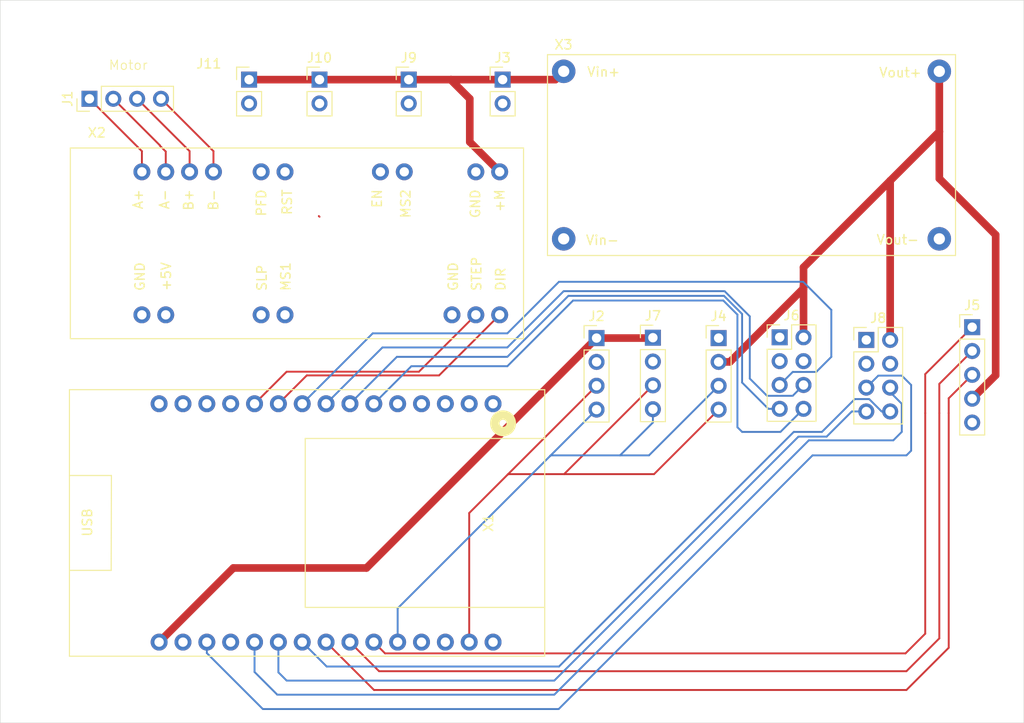
<source format=kicad_pcb>
(kicad_pcb (version 20240108) (generator "pcbnew") (generator_version "8.0")
  (layers (0 "F.Cu" signal) (31 "B.Cu" signal) (34 "B.Paste" user) (35 "F.Paste" user) (36 "B.SilkS" user "B.Silkscreen") (37 "F.SilkS" user "F.Silkscreen") (38 "B.Mask" user) (39 "F.Mask" user) (44 "Edge.Cuts" user))
  (net 0 "")
  (net 1 "B+")
  (net 2 "A+")
  (net 3 "A-")
  (net 4 "B-")
  (net 5 "SDA")
  (net 6 "3V3")
  (net 7 "GND")
  (net 8 "SCL")
  (net 9 "12V")
  (net 10 "5V")
  (net 11 "DT")
  (net 13 "IN1_CH1")
  (net 14 "ENB_CH1")
  (net 16 "IN2_CH1")
  (net 17 "ENA_CH1")
  (net 18 "IN1_CH2")
  (net 20 "ENB_CH2")
  (net 21 "IN2_CH2")
  (net 23 "ENA_CH2")
  (net 26 "CLK")
  (net 29 "CH_C")
  (net 30 "STEP")
  (net 34 "DIR")
  (net 36 "CH_H")
  (net 38 "SW")
  (footprint "IoWLabsModules:LM2596" (layer "F.Cu") (at 120.5 46.5)
    (property "Reference" "X3" (at -20.0152 -11.7602 0) (layer "F.SilkS"))
    (property "Value" "DC-DC")
    (fp_line (start -21.725 -10.7) (end -21.725 10.7) (stroke (width 0.12)) (layer "F.SilkS"))
    (fp_line (start -21.725 10.7) (end 21.725 10.7) (stroke (width 0.12)) (layer "F.SilkS"))
    (fp_line (start 21.725 -10.7) (end -21.725 -10.7) (stroke (width 0.12)) (layer "F.SilkS"))
    (fp_line (start 21.725 10.7) (end 21.725 -10.7) (stroke (width 0.12)) (layer "F.SilkS"))
    (fp_text user "Vout+" (at 15.8496 -8.7884 0) (layer "F.SilkS"))
    (fp_text user "Vin+" (at -15.748 -8.8646 0) (layer "F.SilkS"))
    (fp_text user "Vout-" (at 15.5702 9.017 0) (layer "F.SilkS"))
    (fp_text user "Vin-" (at -15.875 9.0678 0) (layer "F.SilkS"))
    (pad "1" thru_hole circle (at -20 -8.925) (size 2.5 2.5) (drill 1.2) (layers "*.Cu" "*.Mask") (net 9 "12V"))
    (pad "2" thru_hole circle (at -20 8.925) (size 2.5 2.5) (drill 1.2) (layers "*.Cu" "*.Mask") (net 7 "GND"))
    (pad "3" thru_hole circle (at 20 8.925) (size 2.5 2.5) (drill 1.2) (layers "*.Cu" "*.Mask") (net 7 "GND"))
    (pad "4" thru_hole circle (at 20 -8.925) (size 2.5 2.5) (drill 1.2) (layers "*.Cu" "*.Mask") (net 10 "5V"))
  )
  (footprint "IoWLabsModules:EasyDriver" (layer "F.Cu") (at 47.965 66.065)
    (property "Reference" "X2" (at 2.8194 -21.9456 0) (layer "F.SilkS"))
    (property "Value" "EasyDriver")
    (fp_line (start 0 -20.32) (end 0 0) (stroke (width 0.12)) (layer "F.SilkS"))
    (fp_line (start 0 0) (end 48.26 0) (stroke (width 0.12)) (layer "F.SilkS"))
    (fp_line (start 48.26 -20.32) (end 0 -20.32) (stroke (width 0.12)) (layer "F.SilkS"))
    (fp_line (start 48.26 0) (end 48.26 -20.32) (stroke (width 0.12)) (layer "F.SilkS"))
    (fp_text user "A+" (at 7.2136 -16 90) (layer "F.SilkS") (effects (justify right)))
    (fp_text user "SLP" (at 20.3962 -5 90) (layer "F.SilkS") (effects (justify left)))
    (fp_text user "+M" (at 45.72 -16 90) (layer "F.SilkS") (effects (justify right)))
    (fp_text user "DIR" (at 45.8216 -5 90) (layer "F.SilkS") (effects (justify left)))
    (fp_text user "GND" (at 43.1292 -16 90) (layer "F.SilkS") (effects (justify right)))
    (fp_text user "+5V" (at 10.2108 -5 90) (layer "F.SilkS") (effects (justify left)))
    (fp_text user "RST" (at 23.0886 -16 90) (layer "F.SilkS") (effects (justify right)))
    (fp_text user "A-" (at 10.033 -16 90) (layer "F.SilkS") (effects (justify right)))
    (fp_text user "EN" (at 32.6644 -16 90) (layer "F.SilkS") (effects (justify right)))
    (fp_text user "B+" (at 12.5984 -16 90) (layer "F.SilkS") (effects (justify right)))
    (fp_text user "B-" (at 15.24 -16 90) (layer "F.SilkS") (effects (justify right)))
    (fp_text user "PFD" (at 20.3454 -16 90) (layer "F.SilkS") (effects (justify right)))
    (fp_text user "MS2" (at 35.7124 -16 90) (layer "F.SilkS") (effects (justify right)))
    (fp_text user "GND" (at 40.767 -5 90) (layer "F.SilkS") (effects (justify left)))
    (fp_text user "GND" (at 7.4168 -5 90) (layer "F.SilkS") (effects (justify left)))
    (fp_text user "MS1" (at 22.9362 -5 90) (layer "F.SilkS") (effects (justify left)))
    (fp_text user "STEP" (at 43.2562 -5 90) (layer "F.SilkS") (effects (justify left)))
    (pad "1" thru_hole circle (at 7.62 -2.54) (size 1.8 1.8) (drill 1) (layers "*.Cu" "*.Mask"))
    (pad "2" thru_hole circle (at 10.16 -2.54) (size 1.8 1.8) (drill 1) (layers "*.Cu" "*.Mask"))
    (pad "3" thru_hole circle (at 20.32 -2.54) (size 1.8 1.8) (drill 1) (layers "*.Cu" "*.Mask"))
    (pad "4" thru_hole circle (at 22.86 -2.54) (size 1.8 1.8) (drill 1) (layers "*.Cu" "*.Mask"))
    (pad "5" thru_hole circle (at 40.64 -2.54) (size 1.8 1.8) (drill 1) (layers "*.Cu" "*.Mask"))
    (pad "6" thru_hole circle (at 43.18 -2.54) (size 1.8 1.8) (drill 1) (layers "*.Cu" "*.Mask") (net 30 "STEP"))
    (pad "7" thru_hole circle (at 45.72 -2.54) (size 1.8 1.8) (drill 1) (layers "*.Cu" "*.Mask") (net 34 "DIR"))
    (pad "8" thru_hole circle (at 45.72 -17.78) (size 1.8 1.8) (drill 1) (layers "*.Cu" "*.Mask") (net 9 "12V"))
    (pad "9" thru_hole circle (at 43.18 -17.78) (size 1.8 1.8) (drill 1) (layers "*.Cu" "*.Mask") (net 7 "GND"))
    (pad "10" thru_hole circle (at 35.56 -17.78) (size 1.8 1.8) (drill 1) (layers "*.Cu" "*.Mask"))
    (pad "11" thru_hole circle (at 33.02 -17.78) (size 1.8 1.8) (drill 1) (layers "*.Cu" "*.Mask"))
    (pad "12" thru_hole circle (at 22.86 -17.78) (size 1.8 1.8) (drill 1) (layers "*.Cu" "*.Mask"))
    (pad "13" thru_hole circle (at 20.32 -17.78) (size 1.8 1.8) (drill 1) (layers "*.Cu" "*.Mask"))
    (pad "14" thru_hole circle (at 15.24 -17.78) (size 1.8 1.8) (drill 1) (layers "*.Cu" "*.Mask") (net 4 "B-"))
    (pad "15" thru_hole circle (at 12.7 -17.78) (size 1.8 1.8) (drill 1) (layers "*.Cu" "*.Mask") (net 1 "B+"))
    (pad "16" thru_hole circle (at 10.16 -17.78) (size 1.8 1.8) (drill 1) (layers "*.Cu" "*.Mask") (net 3 "A-"))
    (pad "17" thru_hole circle (at 7.62 -17.78) (size 1.8 1.8) (drill 1) (layers "*.Cu" "*.Mask") (net 2 "A+"))
  )
  (footprint "Connector_PinHeader_2.54mm:PinHeader_1x05_P2.54mm_Vertical" (layer "F.Cu") (at 144 64.84)
    (property "Reference" "J5" (at 0 -2.33 0) (layer "F.SilkS"))
    (property "Value" "HDR-5x1")
    (fp_line (start -1.33 -1.33) (end 0 -1.33) (stroke (width 0.12)) (layer "F.SilkS"))
    (fp_line (start -1.33 0) (end -1.33 -1.33) (stroke (width 0.12)) (layer "F.SilkS"))
    (fp_line (start -1.33 1.27) (end -1.33 11.49) (stroke (width 0.12)) (layer "F.SilkS"))
    (fp_line (start -1.33 1.27) (end 1.33 1.27) (stroke (width 0.12)) (layer "F.SilkS"))
    (fp_line (start -1.33 11.49) (end 1.33 11.49) (stroke (width 0.12)) (layer "F.SilkS"))
    (fp_line (start 1.33 1.27) (end 1.33 11.49) (stroke (width 0.12)) (layer "F.SilkS"))
    (pad "1" thru_hole rect (at 0 0) (size 1.7 1.7) (drill 1) (layers "*.Cu" "*.Mask") (net 26 "CLK"))
    (pad "2" thru_hole oval (at 0 2.54) (size 1.7 1.7) (drill 1) (layers "*.Cu" "*.Mask") (net 11 "DT"))
    (pad "3" thru_hole oval (at 0 5.08) (size 1.7 1.7) (drill 1) (layers "*.Cu" "*.Mask") (net 38 "SW"))
    (pad "4" thru_hole oval (at 0 7.62) (size 1.7 1.7) (drill 1) (layers "*.Cu" "*.Mask") (net 10 "5V"))
    (pad "5" thru_hole oval (at 0 10.16) (size 1.7 1.7) (drill 1) (layers "*.Cu" "*.Mask") (net 7 "GND"))
  )
  (footprint "Connector_PinHeader_2.54mm:PinHeader_1x04_P2.54mm_Vertical" (layer "F.Cu") (at 117 66)
    (property "Reference" "J4" (at 0 -2.33 0) (layer "F.SilkS"))
    (property "Value" "HDR-4x1" (hide yes))
    (fp_line (start -1.33 -1.33) (end 0 -1.33) (stroke (width 0.12)) (layer "F.SilkS"))
    (fp_line (start -1.33 0) (end -1.33 -1.33) (stroke (width 0.12)) (layer "F.SilkS"))
    (fp_line (start -1.33 1.27) (end -1.33 8.95) (stroke (width 0.12)) (layer "F.SilkS"))
    (fp_line (start -1.33 1.27) (end 1.33 1.27) (stroke (width 0.12)) (layer "F.SilkS"))
    (fp_line (start -1.33 8.95) (end 1.33 8.95) (stroke (width 0.12)) (layer "F.SilkS"))
    (fp_line (start 1.33 1.27) (end 1.33 8.95) (stroke (width 0.12)) (layer "F.SilkS"))
    (pad "1" thru_hole rect (at 0 0) (size 1.7 1.7) (drill 1) (layers "*.Cu" "*.Mask") (net 7 "GND"))
    (pad "2" thru_hole oval (at 0 2.54) (size 1.7 1.7) (drill 1) (layers "*.Cu" "*.Mask") (net 10 "5V"))
    (pad "3" thru_hole oval (at 0 5.08) (size 1.7 1.7) (drill 1) (layers "*.Cu" "*.Mask") (net 5 "SDA"))
    (pad "4" thru_hole oval (at 0 7.62) (size 1.7 1.7) (drill 1) (layers "*.Cu" "*.Mask") (net 8 "SCL"))
  )
  (footprint "Connector_PinHeader_2.54mm:PinHeader_1x02_P2.54mm_Vertical" (layer "F.Cu") (at 67 38.46)
    (property "Reference" "J11" (at -4.285 -1.695 0) (layer "F.SilkS"))
    (property "Value" "HDR-2x1")
    (fp_line (start -1.33 -1.33) (end 0 -1.33) (stroke (width 0.12)) (layer "F.SilkS"))
    (fp_line (start -1.33 0) (end -1.33 -1.33) (stroke (width 0.12)) (layer "F.SilkS"))
    (fp_line (start -1.33 1.27) (end -1.33 3.87) (stroke (width 0.12)) (layer "F.SilkS"))
    (fp_line (start -1.33 1.27) (end 1.33 1.27) (stroke (width 0.12)) (layer "F.SilkS"))
    (fp_line (start -1.33 3.87) (end 1.33 3.87) (stroke (width 0.12)) (layer "F.SilkS"))
    (fp_line (start 1.33 1.27) (end 1.33 3.87) (stroke (width 0.12)) (layer "F.SilkS"))
    (pad "1" thru_hole rect (at 0 0) (size 1.7 1.7) (drill 1) (layers "*.Cu" "*.Mask") (net 9 "12V"))
    (pad "2" thru_hole oval (at 0 2.54) (size 1.7 1.7) (drill 1) (layers "*.Cu" "*.Mask") (net 7 "GND"))
  )
  (footprint "Connector_PinHeader_2.54mm:PinHeader_1x04_P2.54mm_Vertical" (layer "F.Cu") (at 104 66)
    (property "Reference" "J2" (at 0 -2.33 0) (layer "F.SilkS"))
    (property "Value" "HDR-4x1" (hide yes))
    (fp_line (start -1.33 -1.33) (end 0 -1.33) (stroke (width 0.12)) (layer "F.SilkS"))
    (fp_line (start -1.33 0) (end -1.33 -1.33) (stroke (width 0.12)) (layer "F.SilkS"))
    (fp_line (start -1.33 1.27) (end -1.33 8.95) (stroke (width 0.12)) (layer "F.SilkS"))
    (fp_line (start -1.33 1.27) (end 1.33 1.27) (stroke (width 0.12)) (layer "F.SilkS"))
    (fp_line (start -1.33 8.95) (end 1.33 8.95) (stroke (width 0.12)) (layer "F.SilkS"))
    (fp_line (start 1.33 1.27) (end 1.33 8.95) (stroke (width 0.12)) (layer "F.SilkS"))
    (pad "1" thru_hole rect (at 0 0) (size 1.7 1.7) (drill 1) (layers "*.Cu" "*.Mask") (net 6 "3V3"))
    (pad "2" thru_hole oval (at 0 2.54) (size 1.7 1.7) (drill 1) (layers "*.Cu" "*.Mask") (net 7 "GND"))
    (pad "3" thru_hole oval (at 0 5.08) (size 1.7 1.7) (drill 1) (layers "*.Cu" "*.Mask") (net 8 "SCL"))
    (pad "4" thru_hole oval (at 0 7.62) (size 1.7 1.7) (drill 1) (layers "*.Cu" "*.Mask") (net 5 "SDA"))
  )
  (footprint "Connector_PinHeader_2.54mm:PinHeader_2x04_P2.54mm_Vertical" (layer "F.Cu") (at 123.5 65.92)
    (property "Reference" "J6" (at 1.27 -2.33 0) (layer "F.SilkS"))
    (property "Value" "Conn_02x04_Odd_Even")
    (fp_line (start -1.33 -1.33) (end 0 -1.33) (stroke (width 0.12)) (layer "F.SilkS"))
    (fp_line (start -1.33 0) (end -1.33 -1.33) (stroke (width 0.12)) (layer "F.SilkS"))
    (fp_line (start -1.33 1.27) (end -1.33 8.95) (stroke (width 0.12)) (layer "F.SilkS"))
    (fp_line (start -1.33 1.27) (end 1.27 1.27) (stroke (width 0.12)) (layer "F.SilkS"))
    (fp_line (start -1.33 8.95) (end 3.87 8.95) (stroke (width 0.12)) (layer "F.SilkS"))
    (fp_line (start 1.27 -1.33) (end 3.87 -1.33) (stroke (width 0.12)) (layer "F.SilkS"))
    (fp_line (start 1.27 1.27) (end 1.27 -1.33) (stroke (width 0.12)) (layer "F.SilkS"))
    (fp_line (start 3.87 -1.33) (end 3.87 8.95) (stroke (width 0.12)) (layer "F.SilkS"))
    (pad "1" thru_hole rect (at 0 0) (size 1.7 1.7) (drill 1) (layers "*.Cu" "*.Mask") (net 7 "GND"))
    (pad "2" thru_hole oval (at 2.54 0) (size 1.7 1.7) (drill 1) (layers "*.Cu" "*.Mask") (net 10 "5V"))
    (pad "3" thru_hole oval (at 0 2.54) (size 1.7 1.7) (drill 1) (layers "*.Cu" "*.Mask"))
    (pad "4" thru_hole oval (at 2.54 2.54) (size 1.7 1.7) (drill 1) (layers "*.Cu" "*.Mask"))
    (pad "5" thru_hole oval (at 0 5.08) (size 1.7 1.7) (drill 1) (layers "*.Cu" "*.Mask") (net 17 "ENA_CH1"))
    (pad "6" thru_hole oval (at 2.54 5.08) (size 1.7 1.7) (drill 1) (layers "*.Cu" "*.Mask") (net 14 "ENB_CH1"))
    (pad "7" thru_hole oval (at 0 7.62) (size 1.7 1.7) (drill 1) (layers "*.Cu" "*.Mask") (net 13 "IN1_CH1"))
    (pad "8" thru_hole oval (at 2.54 7.62) (size 1.7 1.7) (drill 1) (layers "*.Cu" "*.Mask") (net 16 "IN2_CH1"))
  )
  (footprint "Connector_PinHeader_2.54mm:PinHeader_1x02_P2.54mm_Vertical" (layer "F.Cu") (at 84 38.46)
    (property "Reference" "J9" (at 0 -2.33 0) (layer "F.SilkS"))
    (property "Value" "HDR-2x1")
    (fp_line (start -1.33 -1.33) (end 0 -1.33) (stroke (width 0.12)) (layer "F.SilkS"))
    (fp_line (start -1.33 0) (end -1.33 -1.33) (stroke (width 0.12)) (layer "F.SilkS"))
    (fp_line (start -1.33 1.27) (end -1.33 3.87) (stroke (width 0.12)) (layer "F.SilkS"))
    (fp_line (start -1.33 1.27) (end 1.33 1.27) (stroke (width 0.12)) (layer "F.SilkS"))
    (fp_line (start -1.33 3.87) (end 1.33 3.87) (stroke (width 0.12)) (layer "F.SilkS"))
    (fp_line (start 1.33 1.27) (end 1.33 3.87) (stroke (width 0.12)) (layer "F.SilkS"))
    (pad "1" thru_hole rect (at 0 0) (size 1.7 1.7) (drill 1) (layers "*.Cu" "*.Mask") (net 9 "12V"))
    (pad "2" thru_hole oval (at 0 2.54) (size 1.7 1.7) (drill 1) (layers "*.Cu" "*.Mask") (net 7 "GND"))
  )
  (footprint "Connector_PinHeader_2.54mm:PinHeader_1x02_P2.54mm_Vertical" (layer "F.Cu") (at 94 38.46)
    (property "Reference" "J3" (at 0 -2.33 0) (layer "F.SilkS"))
    (property "Value" "HDR-2x1")
    (fp_line (start -1.33 -1.33) (end 0 -1.33) (stroke (width 0.12)) (layer "F.SilkS"))
    (fp_line (start -1.33 0) (end -1.33 -1.33) (stroke (width 0.12)) (layer "F.SilkS"))
    (fp_line (start -1.33 1.27) (end -1.33 3.87) (stroke (width 0.12)) (layer "F.SilkS"))
    (fp_line (start -1.33 1.27) (end 1.33 1.27) (stroke (width 0.12)) (layer "F.SilkS"))
    (fp_line (start -1.33 3.87) (end 1.33 3.87) (stroke (width 0.12)) (layer "F.SilkS"))
    (fp_line (start 1.33 1.27) (end 1.33 3.87) (stroke (width 0.12)) (layer "F.SilkS"))
    (pad "1" thru_hole rect (at 0 0) (size 1.7 1.7) (drill 1) (layers "*.Cu" "*.Mask") (net 9 "12V"))
    (pad "2" thru_hole oval (at 0 2.54) (size 1.7 1.7) (drill 1) (layers "*.Cu" "*.Mask") (net 7 "GND"))
  )
  (footprint "Connector_PinHeader_2.54mm:PinHeader_1x04_P2.54mm_Vertical" (layer "F.Cu") (at 110 65.96)
    (property "Reference" "J7" (at 0 -2.33 0) (layer "F.SilkS"))
    (property "Value" "HDR-4x1")
    (fp_line (start -1.33 -1.33) (end 0 -1.33) (stroke (width 0.12)) (layer "F.SilkS"))
    (fp_line (start -1.33 0) (end -1.33 -1.33) (stroke (width 0.12)) (layer "F.SilkS"))
    (fp_line (start -1.33 1.27) (end -1.33 8.95) (stroke (width 0.12)) (layer "F.SilkS"))
    (fp_line (start -1.33 1.27) (end 1.33 1.27) (stroke (width 0.12)) (layer "F.SilkS"))
    (fp_line (start -1.33 8.95) (end 1.33 8.95) (stroke (width 0.12)) (layer "F.SilkS"))
    (fp_line (start 1.33 1.27) (end 1.33 8.95) (stroke (width 0.12)) (layer "F.SilkS"))
    (pad "1" thru_hole rect (at 0 0) (size 1.7 1.7) (drill 1) (layers "*.Cu" "*.Mask") (net 6 "3V3"))
    (pad "2" thru_hole oval (at 0 2.54) (size 1.7 1.7) (drill 1) (layers "*.Cu" "*.Mask") (net 7 "GND"))
    (pad "3" thru_hole oval (at 0 5.08) (size 1.7 1.7) (drill 1) (layers "*.Cu" "*.Mask") (net 8 "SCL"))
    (pad "4" thru_hole oval (at 0 7.62) (size 1.7 1.7) (drill 1) (layers "*.Cu" "*.Mask") (net 5 "SDA"))
  )
  (footprint "Connector_PinHeader_2.54mm:PinHeader_1x02_P2.54mm_Vertical" (layer "F.Cu") (at 74.5 38.46)
    (property "Reference" "J10" (at 0 -2.33 0) (layer "F.SilkS"))
    (property "Value" "HDR-2x1")
    (fp_line (start -1.33 -1.33) (end 0 -1.33) (stroke (width 0.12)) (layer "F.SilkS"))
    (fp_line (start -1.33 0) (end -1.33 -1.33) (stroke (width 0.12)) (layer "F.SilkS"))
    (fp_line (start -1.33 1.27) (end -1.33 3.87) (stroke (width 0.12)) (layer "F.SilkS"))
    (fp_line (start -1.33 1.27) (end 1.33 1.27) (stroke (width 0.12)) (layer "F.SilkS"))
    (fp_line (start -1.33 3.87) (end 1.33 3.87) (stroke (width 0.12)) (layer "F.SilkS"))
    (fp_line (start 1.33 1.27) (end 1.33 3.87) (stroke (width 0.12)) (layer "F.SilkS"))
    (pad "1" thru_hole rect (at 0 0) (size 1.7 1.7) (drill 1) (layers "*.Cu" "*.Mask") (net 9 "12V"))
    (pad "2" thru_hole oval (at 0 2.54) (size 1.7 1.7) (drill 1) (layers "*.Cu" "*.Mask") (net 7 "GND"))
  )
  (footprint "Connector_PinHeader_2.54mm:PinHeader_1x04_P2.54mm_Vertical" (layer "F.Cu") (at 50 40.5 90)
    (property "Reference" "J1" (at 0 -2.33 90) (layer "F.SilkS"))
    (property "Value" "HDR-4x1")
    (fp_line (start -1.33 -1.33) (end 0 -1.33) (stroke (width 0.12)) (layer "F.SilkS"))
    (fp_line (start -1.33 0) (end -1.33 -1.33) (stroke (width 0.12)) (layer "F.SilkS"))
    (fp_line (start 1.33 1.27) (end 1.33 8.95) (stroke (width 0.12)) (layer "F.SilkS"))
    (fp_line (start -1.33 1.27) (end 1.33 1.27) (stroke (width 0.12)) (layer "F.SilkS"))
    (fp_line (start -1.33 1.27) (end -1.33 8.95) (stroke (width 0.12)) (layer "F.SilkS"))
    (fp_line (start -1.33 8.95) (end 1.33 8.95) (stroke (width 0.12)) (layer "F.SilkS"))
    (pad "1" thru_hole rect (at 0 0 90) (size 1.7 1.7) (drill 1) (layers "*.Cu" "*.Mask") (net 2 "A+"))
    (pad "2" thru_hole oval (at 0 2.54 90) (size 1.7 1.7) (drill 1) (layers "*.Cu" "*.Mask") (net 3 "A-"))
    (pad "3" thru_hole oval (at 0 5.08 90) (size 1.7 1.7) (drill 1) (layers "*.Cu" "*.Mask") (net 1 "B+"))
    (pad "4" thru_hole oval (at 0 7.62 90) (size 1.7 1.7) (drill 1) (layers "*.Cu" "*.Mask") (net 4 "B-"))
  )
  (footprint "IoWLabsModules:ESP32_devkit" (layer "F.Cu") (at 92.98 85.7 -90)
    (property "Reference" "X1" (at 0 0.5 90) (layer "F.SilkS"))
    (property "Value" "ESP32-DevKit")
    (fp_line (start -14.2 45.11) (end 14.2 45.11) (stroke (width 0.12)) (layer "F.SilkS"))
    (fp_line (start 14.2 45.11) (end 14.2 -5.5) (stroke (width 0.12)) (layer "F.SilkS"))
    (fp_line (start 5.0546 40.6654) (end 5.0546 45.085) (stroke (width 0.12)) (layer "F.SilkS"))
    (fp_line (start -5.0546 40.64) (end -5.0546 45.1104) (stroke (width 0.12)) (layer "F.SilkS"))
    (fp_line (start -5.0546 40.64) (end 5.0546 40.6654) (stroke (width 0.12)) (layer "F.SilkS"))
    (fp_line (start -9 20) (end 9 20) (stroke (width 0.12)) (layer "F.SilkS"))
    (fp_line (start 9 20) (end 9 -5.5) (stroke (width 0.12)) (layer "F.SilkS"))
    (fp_line (start -14.2 -5.5) (end -14.2 45.11) (stroke (width 0.12)) (layer "F.SilkS"))
    (fp_line (start -9 -5.5) (end -9 20) (stroke (width 0.12)) (layer "F.SilkS"))
    (fp_line (start 14.2 -5.5) (end -14.2 -5.5) (stroke (width 0.12)) (layer "F.SilkS"))
    (fp_circle (center -10.6172 -1.0668) (end -10.2362 -1.0668) (stroke (width 1)) (fill none) (layer "F.SilkS"))
    (fp_text user "USB" (at -0.0508 43.2054 90) (layer "F.SilkS"))
    (pad "1" thru_hole circle (at -12.7 0 270) (size 1.8 1.8) (drill 1) (layers "*.Cu" "*.Mask"))
    (pad "2" thru_hole circle (at -12.7 2.54 270) (size 1.8 1.8) (drill 1) (layers "*.Cu" "*.Mask"))
    (pad "3" thru_hole circle (at -12.7 5.08 270) (size 1.8 1.8) (drill 1) (layers "*.Cu" "*.Mask"))
    (pad "4" thru_hole circle (at -12.7 7.62 270) (size 1.8 1.8) (drill 1) (layers "*.Cu" "*.Mask") (net 36 "CH_H"))
    (pad "5" thru_hole circle (at -12.7 10.16 270) (size 1.8 1.8) (drill 1) (layers "*.Cu" "*.Mask") (net 29 "CH_C"))
    (pad "6" thru_hole circle (at -12.7 12.7 270) (size 1.8 1.8) (drill 1) (layers "*.Cu" "*.Mask") (net 16 "IN2_CH1"))
    (pad "7" thru_hole circle (at -12.7 15.24 270) (size 1.8 1.8) (drill 1) (layers "*.Cu" "*.Mask") (net 13 "IN1_CH1"))
    (pad "8" thru_hole circle (at -12.7 17.78 270) (size 1.8 1.8) (drill 1) (layers "*.Cu" "*.Mask") (net 14 "ENB_CH1"))
    (pad "9" thru_hole circle (at -12.7 20.32 270) (size 1.8 1.8) (drill 1) (layers "*.Cu" "*.Mask") (net 17 "ENA_CH1"))
    (pad "10" thru_hole circle (at -12.7 22.86 270) (size 1.8 1.8) (drill 1) (layers "*.Cu" "*.Mask") (net 34 "DIR"))
    (pad "11" thru_hole circle (at -12.7 25.4 270) (size 1.8 1.8) (drill 1) (layers "*.Cu" "*.Mask") (net 30 "STEP"))
    (pad "12" thru_hole circle (at -12.7 27.94 270) (size 1.8 1.8) (drill 1) (layers "*.Cu" "*.Mask"))
    (pad "13" thru_hole circle (at -12.7 30.48 270) (size 1.8 1.8) (drill 1) (layers "*.Cu" "*.Mask"))
    (pad "14" thru_hole circle (at -12.7 33.02 270) (size 1.8 1.8) (drill 1) (layers "*.Cu" "*.Mask") (net 7 "GND"))
    (pad "15" thru_hole circle (at -12.7 35.56 270) (size 1.8 1.8) (drill 1) (layers "*.Cu" "*.Mask") (net 10 "5V"))
    (pad "16" thru_hole circle (at 12.7 35.56 270) (size 1.8 1.8) (drill 1) (layers "*.Cu" "*.Mask") (net 6 "3V3"))
    (pad "17" thru_hole circle (at 12.7 33.02 270) (size 1.8 1.8) (drill 1) (layers "*.Cu" "*.Mask") (net 7 "GND"))
    (pad "18" thru_hole circle (at 12.7 30.48 270) (size 1.8 1.8) (drill 1) (layers "*.Cu" "*.Mask") (net 23 "ENA_CH2"))
    (pad "19" thru_hole circle (at 12.7 27.94 270) (size 1.8 1.8) (drill 1) (layers "*.Cu" "*.Mask"))
    (pad "20" thru_hole circle (at 12.7 25.4 270) (size 1.8 1.8) (drill 1) (layers "*.Cu" "*.Mask") (net 20 "ENB_CH2"))
    (pad "21" thru_hole circle (at 12.7 22.86 270) (size 1.8 1.8) (drill 1) (layers "*.Cu" "*.Mask") (net 18 "IN1_CH2"))
    (pad "22" thru_hole circle (at 12.7 20.32 270) (size 1.8 1.8) (drill 1) (layers "*.Cu" "*.Mask") (net 21 "IN2_CH2"))
    (pad "23" thru_hole circle (at 12.7 17.78 270) (size 1.8 1.8) (drill 1) (layers "*.Cu" "*.Mask") (net 38 "SW"))
    (pad "24" thru_hole circle (at 12.7 15.24 270) (size 1.8 1.8) (drill 1) (layers "*.Cu" "*.Mask") (net 11 "DT"))
    (pad "25" thru_hole circle (at 12.7 12.7 270) (size 1.8 1.8) (drill 1) (layers "*.Cu" "*.Mask") (net 26 "CLK"))
    (pad "26" thru_hole circle (at 12.7 10.16 270) (size 1.8 1.8) (drill 1) (layers "*.Cu" "*.Mask") (net 5 "SDA"))
    (pad "27" thru_hole circle (at 12.7 7.62 270) (size 1.8 1.8) (drill 1) (layers "*.Cu" "*.Mask"))
    (pad "28" thru_hole circle (at 12.7 5.08 270) (size 1.8 1.8) (drill 1) (layers "*.Cu" "*.Mask"))
    (pad "29" thru_hole circle (at 12.7 2.54 270) (size 1.8 1.8) (drill 1) (layers "*.Cu" "*.Mask") (net 8 "SCL"))
    (pad "30" thru_hole circle (at 12.7 0 270) (size 1.8 1.8) (drill 1) (layers "*.Cu" "*.Mask"))
  )
  (footprint "Connector_PinHeader_2.54mm:PinHeader_2x04_P2.54mm_Vertical" (layer "F.Cu") (at 132.725 66.2)
    (property "Reference" "J8" (at 1.27 -2.33 0) (layer "F.SilkS"))
    (property "Value" "Conn_02x04_Odd_Even" (hide yes))
    (fp_line (start -1.33 -1.33) (end 0 -1.33) (stroke (width 0.12)) (layer "F.SilkS"))
    (fp_line (start -1.33 0) (end -1.33 -1.33) (stroke (width 0.12)) (layer "F.SilkS"))
    (fp_line (start -1.33 1.27) (end -1.33 8.95) (stroke (width 0.12)) (layer "F.SilkS"))
    (fp_line (start -1.33 1.27) (end 1.27 1.27) (stroke (width 0.12)) (layer "F.SilkS"))
    (fp_line (start -1.33 8.95) (end 3.87 8.95) (stroke (width 0.12)) (layer "F.SilkS"))
    (fp_line (start 1.27 -1.33) (end 3.87 -1.33) (stroke (width 0.12)) (layer "F.SilkS"))
    (fp_line (start 1.27 1.27) (end 1.27 -1.33) (stroke (width 0.12)) (layer "F.SilkS"))
    (fp_line (start 3.87 -1.33) (end 3.87 8.95) (stroke (width 0.12)) (layer "F.SilkS"))
    (pad "1" thru_hole rect (at 0 0) (size 1.7 1.7) (drill 1) (layers "*.Cu" "*.Mask") (net 7 "GND"))
    (pad "2" thru_hole oval (at 2.54 0) (size 1.7 1.7) (drill 1) (layers "*.Cu" "*.Mask") (net 10 "5V"))
    (pad "3" thru_hole oval (at 0 2.54) (size 1.7 1.7) (drill 1) (layers "*.Cu" "*.Mask"))
    (pad "4" thru_hole oval (at 2.54 2.54) (size 1.7 1.7) (drill 1) (layers "*.Cu" "*.Mask"))
    (pad "5" thru_hole oval (at 0 5.08) (size 1.7 1.7) (drill 1) (layers "*.Cu" "*.Mask") (net 23 "ENA_CH2"))
    (pad "6" thru_hole oval (at 2.54 5.08) (size 1.7 1.7) (drill 1) (layers "*.Cu" "*.Mask") (net 20 "ENB_CH2"))
    (pad "7" thru_hole oval (at 0 7.62) (size 1.7 1.7) (drill 1) (layers "*.Cu" "*.Mask") (net 18 "IN1_CH2"))
    (pad "8" thru_hole oval (at 2.54 7.62) (size 1.7 1.7) (drill 1) (layers "*.Cu" "*.Mask") (net 21 "IN2_CH2"))
  )
  (gr_rect (start 40.5 30) (end 149.5 107) (stroke (width 0.05)) (fill none) (layer "Edge.Cuts"))
  (gr_text "Motor\n" (at 52 37.5 0) (layer "F.SilkS") (effects (font (size 1 1) (thickness 0.1)) (justify left bottom)))
  (segment (start 60.665 48.285) (end 60.665 46.085) (width 0.2) (layer "F.Cu") (net 1))
  (segment (start 60.665 46.085) (end 55.08 40.5) (width 0.2) (layer "F.Cu") (net 1))
  (segment (start 55.585 46.085) (end 50 40.5) (width 0.2) (layer "F.Cu") (net 2))
  (segment (start 55.585 48.285) (end 55.585 46.085) (width 0.2) (layer "F.Cu") (net 2))
  (segment (start 58.125 46.125) (end 57.5 45.5) (width 0.2) (layer "F.Cu") (net 3))
  (segment (start 57.5 45.5) (end 57.5 45.46) (width 0.2) (layer "F.Cu") (net 3))
  (segment (start 58.125 48.285) (end 58.125 46.125) (width 0.2) (layer "F.Cu") (net 3))
  (segment (start 57.5 45.46) (end 52.54 40.5) (width 0.2) (layer "F.Cu") (net 3))
  (segment (start 63.205 46.085) (end 57.62 40.5) (width 0.2) (layer "F.Cu") (net 4))
  (segment (start 63.205 48.285) (end 63.205 46.085) (width 0.2) (layer "F.Cu") (net 4))
  (segment (start 110 75) (end 106.5 78.5) (width 0.2) (layer "B.Cu") (net 5))
  (segment (start 106.5 78.5) (end 99.12 78.5) (width 0.2) (layer "B.Cu") (net 5))
  (segment (start 82.82 94.8) (end 99.06 78.56) (width 0.2) (layer "B.Cu") (net 5))
  (segment (start 99.12 78.5) (end 99.06 78.56) (width 0.2) (layer "B.Cu") (net 5))
  (segment (start 109.58 78.5) (end 106.5 78.5) (width 0.2) (layer "B.Cu") (net 5))
  (segment (start 82.82 98.4) (end 82.82 94.8) (width 0.2) (layer "B.Cu") (net 5))
  (segment (start 99.06 78.56) (end 104 73.62) (width 0.2) (layer "B.Cu") (net 5))
  (segment (start 110 73.58) (end 110 75) (width 0.2) (layer "B.Cu") (net 5))
  (segment (start 117 71.08) (end 109.58 78.5) (width 0.2) (layer "B.Cu") (net 5))
  (segment (start 109.96 66) (end 110 65.96) (width 0.8128) (layer "F.Cu") (net 6))
  (segment (start 57.42 98.4) (end 65.32 90.5) (width 0.8128) (layer "F.Cu") (net 6))
  (segment (start 65.32 90.5) (end 79.5 90.5) (width 0.8128) (layer "F.Cu") (net 6))
  (segment (start 104 66) (end 109.96 66) (width 0.8128) (layer "F.Cu") (net 6))
  (segment (start 79.5 90.5) (end 104 66) (width 0.8128) (layer "F.Cu") (net 6))
  (segment (start 90.44 84.64) (end 94.54 80.54) (width 0.2) (layer "F.Cu") (net 8))
  (segment (start 100.54 80.5) (end 94.58 80.5) (width 0.2) (layer "F.Cu") (net 8))
  (segment (start 94.54 80.54) (end 104 71.08) (width 0.2) (layer "F.Cu") (net 8))
  (segment (start 110 71.04) (end 100.54 80.5) (width 0.2) (layer "F.Cu") (net 8))
  (segment (start 110.12 80.5) (end 100.54 80.5) (width 0.2) (layer "F.Cu") (net 8))
  (segment (start 90.44 98.4) (end 90.44 84.64) (width 0.2) (layer "F.Cu") (net 8))
  (segment (start 117 73.62) (end 110.12 80.5) (width 0.2) (layer "F.Cu") (net 8))
  (segment (start 94.58 80.5) (end 94.54 80.54) (width 0.2) (layer "F.Cu") (net 8))
  (segment (start 88.5 38.46) (end 94 38.46) (width 0.8128) (layer "F.Cu") (net 9))
  (segment (start 74.425 53) (end 74.5 53.075) (width 0.2) (layer "F.Cu") (net 9))
  (segment (start 99.615 38.46) (end 100.5 37.575) (width 0.8128) (layer "F.Cu") (net 9))
  (segment (start 67 38.46) (end 74.5 38.46) (width 0.8128) (layer "F.Cu") (net 9))
  (segment (start 90.5 40.5) (end 88.5 38.5) (width 0.8128) (layer "F.Cu") (net 9))
  (segment (start 88.5 38.5) (end 88.5 38.46) (width 0.8128) (layer "F.Cu") (net 9))
  (segment (start 90.5 45.1) (end 90.5 40.5) (width 0.8128) (layer "F.Cu") (net 9))
  (segment (start 84 38.46) (end 88.5 38.46) (width 0.8128) (layer "F.Cu") (net 9))
  (segment (start 93.685 48.285) (end 90.5 45.1) (width 0.8128) (layer "F.Cu") (net 9))
  (segment (start 94 38.46) (end 99.615 38.46) (width 0.8128) (layer "F.Cu") (net 9))
  (segment (start 74.5 38.46) (end 84 38.46) (width 0.8128) (layer "F.Cu") (net 9))
  (segment (start 146.5 55) (end 140.5 49) (width 0.8128) (layer "F.Cu") (net 10))
  (segment (start 118.202081 68.54) (end 126.04 60.702081) (width 0.8128) (layer "F.Cu") (net 10))
  (segment (start 144 72.46) (end 146.5 69.96) (width 0.8128) (layer "F.Cu") (net 10))
  (segment (start 135.265 49.235) (end 126.04 58.46) (width 0.8128) (layer "F.Cu") (net 10))
  (segment (start 126.04 58.46) (end 126.04 60.5) (width 0.8128) (layer "F.Cu") (net 10))
  (segment (start 140.5 49) (end 140.5 44) (width 0.8128) (layer "F.Cu") (net 10))
  (segment (start 140.5 44) (end 140.5 37.575) (width 0.8128) (layer "F.Cu") (net 10))
  (segment (start 135.265 66.2) (end 135.265 49.235) (width 0.8128) (layer "F.Cu") (net 10))
  (segment (start 146.5 69.96) (end 146.5 55) (width 0.8128) (layer "F.Cu") (net 10))
  (segment (start 126.04 60.702081) (end 126.04 60.5) (width 0.8128) (layer "F.Cu") (net 10))
  (segment (start 126.04 60.5) (end 126.04 65.92) (width 0.8128) (layer "F.Cu") (net 10))
  (segment (start 135.265 49.235) (end 140.5 44) (width 0.8128) (layer "F.Cu") (net 10))
  (segment (start 117 68.54) (end 118.202081 68.54) (width 0.8128) (layer "F.Cu") (net 10))
  (segment (start 80.84 101.5) (end 137 101.5) (width 0.2) (layer "F.Cu") (net 11))
  (segment (start 137 101.5) (end 140.5 98) (width 0.2) (layer "F.Cu") (net 11))
  (segment (start 140.5 74) (end 140.5 70.88) (width 0.2) (layer "F.Cu") (net 11))
  (segment (start 140.5 74) (end 140.5 98) (width 0.2) (layer "F.Cu") (net 11))
  (segment (start 140.5 70.88) (end 144 67.38) (width 0.2) (layer "F.Cu") (net 11))
  (segment (start 77.74 98.4) (end 80.84 101.5) (width 0.2) (layer "F.Cu") (net 11))
  (segment (start 101 61.5) (end 94.5 68) (width 0.2) (layer "B.Cu") (net 13))
  (segment (start 119.5 70.742081) (end 119.5 63.434315) (width 0.2) (layer "B.Cu") (net 13))
  (segment (start 82.74 68) (end 77.74 73) (width 0.2) (layer "B.Cu") (net 13))
  (segment (start 117.565685 61.5) (end 101 61.5) (width 0.2) (layer "B.Cu") (net 13))
  (segment (start 123.5 73.54) (end 122.297919 73.54) (width 0.2) (layer "B.Cu") (net 13))
  (segment (start 94.5 68) (end 82.74 68) (width 0.2) (layer "B.Cu") (net 13))
  (segment (start 119.5 63.434315) (end 117.565685 61.5) (width 0.2) (layer "B.Cu") (net 13))
  (segment (start 122.297919 73.54) (end 119.5 70.742081) (width 0.2) (layer "B.Cu") (net 13))
  (segment (start 124.89 72.15) (end 122.15 72.15) (width 0.2) (layer "B.Cu") (net 14))
  (segment (start 94.5 67) (end 81.2 67) (width 0.2) (layer "B.Cu") (net 14))
  (segment (start 100.5 61) (end 94.5 67) (width 0.2) (layer "B.Cu") (net 14))
  (segment (start 122.15 72.15) (end 120.315686 70.315686) (width 0.2) (layer "B.Cu") (net 14))
  (segment (start 126.04 71) (end 124.89 72.15) (width 0.2) (layer "B.Cu") (net 14))
  (segment (start 117.631371 61) (end 100.5 61) (width 0.2) (layer "B.Cu") (net 14))
  (segment (start 120.315686 70.315686) (end 120.315686 63.684314) (width 0.2) (layer "B.Cu") (net 14))
  (segment (start 81.2 67) (end 75.2 73) (width 0.2) (layer "B.Cu") (net 14))
  (segment (start 120.315686 63.684314) (end 117.631371 61) (width 0.2) (layer "B.Cu") (net 14))
  (segment (start 84.28 69) (end 80.28 73) (width 0.2) (layer "B.Cu") (net 16))
  (segment (start 119 63.5) (end 117.5 62) (width 0.2) (layer "B.Cu") (net 16))
  (segment (start 119.5 76) (end 119 75.5) (width 0.2) (layer "B.Cu") (net 16))
  (segment (start 119 75.5) (end 119 63.5) (width 0.2) (layer "B.Cu") (net 16))
  (segment (start 94.5 69) (end 84.28 69) (width 0.2) (layer "B.Cu") (net 16))
  (segment (start 117.5 62) (end 101.5 62) (width 0.2) (layer "B.Cu") (net 16))
  (segment (start 123.58 76) (end 119.5 76) (width 0.2) (layer "B.Cu") (net 16))
  (segment (start 101.5 62) (end 94.5 69) (width 0.2) (layer "B.Cu") (net 16))
  (segment (start 126.04 73.54) (end 123.58 76) (width 0.2) (layer "B.Cu") (net 16))
  (segment (start 123.5 71) (end 124.89 69.61) (width 0.2) (layer "B.Cu") (net 17))
  (segment (start 94.5 65.5) (end 80.16 65.5) (width 0.2) (layer "B.Cu") (net 17))
  (segment (start 126 60) (end 100 60) (width 0.2) (layer "B.Cu") (net 17))
  (segment (start 80.16 65.5) (end 72.66 73) (width 0.2) (layer "B.Cu") (net 17))
  (segment (start 129 68) (end 129 63) (width 0.2) (layer "B.Cu") (net 17))
  (segment (start 127.39 69.61) (end 129 68) (width 0.2) (layer "B.Cu") (net 17))
  (segment (start 100 60) (end 94.5 65.5) (width 0.2) (layer "B.Cu") (net 17))
  (segment (start 124.89 69.61) (end 127.39 69.61) (width 0.2) (layer "B.Cu") (net 17))
  (segment (start 129 63) (end 126 60) (width 0.2) (layer "B.Cu") (net 17))
  (segment (start 128.5 76.5) (end 131.18 73.82) (width 0.2) (layer "B.Cu") (net 18))
  (segment (start 99.5 102.5) (end 125.5 76.5) (width 0.2) (layer "B.Cu") (net 18))
  (segment (start 70.12 98.4) (end 70.12 101.62) (width 0.2) (layer "B.Cu") (net 18))
  (segment (start 70.12 101.62) (end 71 102.5) (width 0.2) (layer "B.Cu") (net 18))
  (segment (start 71 102.5) (end 99.5 102.5) (width 0.2) (layer "B.Cu") (net 18))
  (segment (start 131.18 73.82) (end 132.725 73.82) (width 0.2) (layer "B.Cu") (net 18))
  (segment (start 125.5 76.5) (end 128.5 76.5) (width 0.2) (layer "B.Cu") (net 18))
  (segment (start 136.5 76) (end 136.5 73) (width 0.2) (layer "B.Cu") (net 20))
  (segment (start 70 104) (end 99.5 104) (width 0.2) (layer "B.Cu") (net 20))
  (segment (start 67.58 101.58) (end 70 104) (width 0.2) (layer "B.Cu") (net 20))
  (segment (start 99.5 104) (end 126.6 76.9) (width 0.2) (layer "B.Cu") (net 20))
  (segment (start 136.5 73) (end 135.265 71.765) (width 0.2) (layer "B.Cu") (net 20))
  (segment (start 135.265 71.765) (end 135.265 71.28) (width 0.2) (layer "B.Cu") (net 20))
  (segment (start 135.6 76.9) (end 136.5 76) (width 0.2) (layer "B.Cu") (net 20))
  (segment (start 67.58 98.4) (end 67.58 101.58) (width 0.2) (layer "B.Cu") (net 20))
  (segment (start 126.6 76.9) (end 135.6 76.9) (width 0.2) (layer "B.Cu") (net 20))
  (segment (start 75.26 101) (end 100 101) (width 0.2) (layer "B.Cu") (net 21))
  (segment (start 100 101) (end 125 76) (width 0.2) (layer "B.Cu") (net 21))
  (segment (start 131.5 72.5) (end 133.031346 72.5) (width 0.2) (layer "B.Cu") (net 21))
  (segment (start 133.031346 72.5) (end 134.351346 73.82) (width 0.2) (layer "B.Cu") (net 21))
  (segment (start 128 76) (end 131.5 72.5) (width 0.2) (layer "B.Cu") (net 21))
  (segment (start 125 76) (end 128 76) (width 0.2) (layer "B.Cu") (net 21))
  (segment (start 134.351346 73.82) (end 135.265 73.82) (width 0.2) (layer "B.Cu") (net 21))
  (segment (start 72.66 98.4) (end 75.26 101) (width 0.2) (layer "B.Cu") (net 21))
  (segment (start 62.5 98.4) (end 62.5 99.565686) (width 0.2) (layer "B.Cu") (net 23))
  (segment (start 136.5 70) (end 134.005 70) (width 0.2) (layer "B.Cu") (net 23))
  (segment (start 127 78.5) (end 137 78.5) (width 0.2) (layer "B.Cu") (net 23))
  (segment (start 137.5 78) (end 137.5 71) (width 0.2) (layer "B.Cu") (net 23))
  (segment (start 99.967157 105.532843) (end 127 78.5) (width 0.2) (layer "B.Cu") (net 23))
  (segment (start 137.5 71) (end 136.5 70) (width 0.2) (layer "B.Cu") (net 23))
  (segment (start 62.5 99.565686) (end 68.467157 105.532843) (width 0.2) (layer "B.Cu") (net 23))
  (segment (start 137 78.5) (end 137.5 78) (width 0.2) (layer "B.Cu") (net 23))
  (segment (start 68.467157 105.532843) (end 99.967157 105.532843) (width 0.2) (layer "B.Cu") (net 23))
  (segment (start 134.005 70) (end 132.725 71.28) (width 0.2) (layer "B.Cu") (net 23))
  (segment (start 80.28 98.4) (end 81.48 99.6) (width 0.2) (layer "F.Cu") (net 26))
  (segment (start 136.9 99.6) (end 139 97.5) (width 0.2) (layer "F.Cu") (net 26))
  (segment (start 81.48 99.6) (end 136.9 99.6) (width 0.2) (layer "F.Cu") (net 26))
  (segment (start 139 74) (end 139 97.5) (width 0.2) (layer "F.Cu") (net 26))
  (segment (start 144 64.84) (end 139 69.84) (width 0.2) (layer "F.Cu") (net 26))
  (segment (start 139 69.84) (end 139 74) (width 0.2) (layer "F.Cu") (net 26))
  (segment (start 71 69.58) (end 85.09 69.58) (width 0.2) (layer "F.Cu") (net 30))
  (segment (start 67.58 73) (end 71 69.58) (width 0.2) (layer "F.Cu") (net 30))
  (segment (start 85.09 69.58) (end 91.145 63.525) (width 0.2) (layer "F.Cu") (net 30))
  (segment (start 73.14 69.98) (end 87.23 69.98) (width 0.2) (layer "F.Cu") (net 34))
  (segment (start 70.12 73) (end 73.14 69.98) (width 0.2) (layer "F.Cu") (net 34))
  (segment (start 87.23 69.98) (end 93.685 63.525) (width 0.2) (layer "F.Cu") (net 34))
  (segment (start 75.2 98.4) (end 80.3 103.5) (width 0.2) (layer "F.Cu") (net 38))
  (segment (start 141.5 72.42) (end 141.5 74) (width 0.2) (layer "F.Cu") (net 38))
  (segment (start 144 69.92) (end 141.5 72.42) (width 0.2) (layer "F.Cu") (net 38))
  (segment (start 80.3 103.5) (end 137 103.5) (width 0.2) (layer "F.Cu") (net 38))
  (segment (start 137 103.5) (end 141.5 99) (width 0.2) (layer "F.Cu") (net 38))
  (segment (start 141.5 74) (end 141.5 99) (width 0.2) (layer "F.Cu") (net 38))
)
</source>
